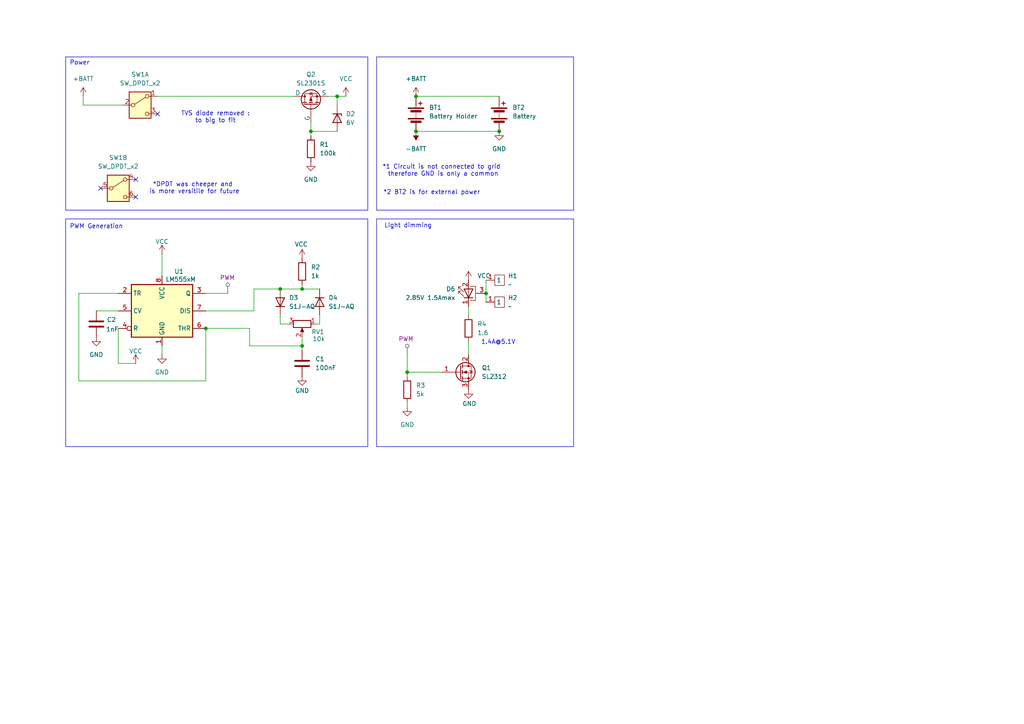
<source format=kicad_sch>
(kicad_sch (version 20250114) (generator "eeschema") (generator_version "9.0")
  (paper "A4")
  (lib_symbols
    (symbol "CustomSym:HeatSink"
      (property "Reference" "H" (at 0 0 0))
      (symbol "HeatSink_0_1"
        (rectangle (start -1.27 -1.016) (end 1.524 -4.064))
      )
      (symbol "HeatSink_1_1"
        (pin input line (at -3.81 -2.54 0) (length 2.54) (name "1") (number "1"))
      )
    )
    (symbol "Device:Battery" (pin_numbers (hide yes)) (pin_names (offset 0) (hide yes))
      (property "Reference" "BT" (at 2.54 2.54 0))
      (property "Value" "Battery" (at 2.54 0 0))
      (symbol "Battery_0_1"
        (rectangle (start -2.286 1.778) (end 2.286 1.524) (fill (type outline)))
        (rectangle (start -2.286 -1.27) (end 2.286 -1.524) (fill (type outline)))
        (rectangle (start -1.524 1.016) (end 1.524 0.508) (fill (type outline)))
        (rectangle (start -1.524 -2.032) (end 1.524 -2.54) (fill (type outline)))
        (polyline (pts (xy 0 1.778) (xy 0 2.54)))
        (polyline (pts (xy 0 0) (xy 0 0.254)))
        (polyline (pts (xy 0 -0.508) (xy 0 -0.254)))
        (polyline (pts (xy 0 -1.016) (xy 0 -0.762)))
        (polyline (pts (xy 0.762 3.048) (xy 1.778 3.048)) (stroke (width 0.254)))
        (polyline (pts (xy 1.27 3.556) (xy 1.27 2.54)) (stroke (width 0.254)))
      )
      (symbol "Battery_1_1"
        (pin passive line (at 0 5.08 270) (length 2.54) (name "+") (number "1"))
        (pin passive line (at 0 -5.08 90) (length 2.54) (name "-") (number "2"))
      )
    )
    (symbol "Device:C" (pin_numbers (hide yes)) (pin_names (offset 0.254))
      (property "Reference" "C" (at 0.635 2.54 0))
      (property "Value" "C" (at 0.635 -2.54 0))
      (symbol "C_0_1"
        (polyline (pts (xy -2.032 0.762) (xy 2.032 0.762)) (stroke (width 0.508)))
        (polyline (pts (xy -2.032 -0.762) (xy 2.032 -0.762)) (stroke (width 0.508)))
      )
      (symbol "C_1_1"
        (pin passive line (at 0 3.81 270) (length 2.794) (name "~") (number "1"))
        (pin passive line (at 0 -3.81 90) (length 2.794) (name "~") (number "2"))
      )
    )
    (symbol "Device:D" (pin_numbers (hide yes)) (pin_names (offset 1.016) (hide yes))
      (property "Reference" "D" (at 0 2.54 0))
      (property "Value" "D" (at 0 -2.54 0))
      (symbol "D_0_1"
        (polyline (pts (xy -1.27 1.27) (xy -1.27 -1.27)) (stroke (width 0.254)))
        (polyline (pts (xy 1.27 1.27) (xy 1.27 -1.27) (xy -1.27 0) (xy 1.27 1.27)) (stroke (width 0.254)))
        (polyline (pts (xy 1.27 0) (xy -1.27 0)))
      )
      (symbol "D_1_1"
        (pin passive line (at -3.81 0 0) (length 2.54) (name "K") (number "1"))
        (pin passive line (at 3.81 0 180) (length 2.54) (name "A") (number "2"))
      )
    )
    (symbol "Device:D_Zener" (pin_numbers (hide yes)) (pin_names (offset 1.016) (hide yes))
      (property "Reference" "D" (at 0 2.54 0))
      (property "Value" "D_Zener" (at 0 -2.54 0))
      (symbol "D_Zener_0_1"
        (polyline (pts (xy -1.27 -1.27) (xy -1.27 1.27) (xy -0.762 1.27)) (stroke (width 0.254)))
        (polyline (pts (xy 1.27 0) (xy -1.27 0)))
        (polyline (pts (xy 1.27 -1.27) (xy 1.27 1.27) (xy -1.27 0) (xy 1.27 -1.27)) (stroke (width 0.254)))
      )
      (symbol "D_Zener_1_1"
        (pin passive line (at -3.81 0 0) (length 2.54) (name "K") (number "1"))
        (pin passive line (at 3.81 0 180) (length 2.54) (name "A") (number "2"))
      )
    )
    (symbol "Device:LED_Pad" (pin_names (offset 1.016) (hide yes))
      (property "Reference" "D" (at 0 5.715 0))
      (property "Value" "LED_Pad" (at 0 3.81 0))
      (symbol "LED_Pad_0_1"
        (polyline (pts (xy -2.032 -0.508) (xy -2.032 -2.032) (xy 2.032 -2.032) (xy 2.032 -0.508)))
        (polyline (pts (xy -1.27 0) (xy 1.27 0)))
        (polyline (pts (xy -1.27 -1.27) (xy -1.27 1.27)) (stroke (width 0.254)))
        (polyline (pts (xy -0.889 1.397) (xy 0.635 2.921) (xy -0.127 2.921) (xy 0.635 2.921) (xy 0.635 2.159)))
        (polyline (pts (xy 0 -2.54) (xy 0 -2.032)))
        (polyline (pts (xy 0.381 1.397) (xy 1.905 2.921) (xy 1.143 2.921) (xy 1.905 2.921) (xy 1.905 2.159)))
        (polyline (pts (xy 1.27 -1.27) (xy 1.27 1.27) (xy -1.27 0) (xy 1.27 -1.27)) (stroke (width 0.254)))
      )
      (symbol "LED_Pad_1_1"
        (pin passive line (at -3.81 0 0) (length 2.54) (name "K") (number "1"))
        (pin passive line (at 0 -5.08 90) (length 2.54) (name "PAD") (number "3"))
        (pin passive line (at 3.81 0 180) (length 2.54) (name "A") (number "2"))
      )
    )
    (symbol "Device:R" (pin_numbers (hide yes)) (pin_names (offset 0))
      (property "Reference" "R" (at 2.032 0 90))
      (property "Value" "R" (at 0 0 90))
      (symbol "R_0_1"
        (rectangle (start -1.016 -2.54) (end 1.016 2.54) (stroke (width 0.254)))
      )
      (symbol "R_1_1"
        (pin passive line (at 0 3.81 270) (length 1.27) (name "~") (number "1"))
        (pin passive line (at 0 -3.81 90) (length 1.27) (name "~") (number "2"))
      )
    )
    (symbol "Device:R_Potentiometer" (pin_names (offset 1.016) (hide yes))
      (property "Reference" "RV" (at -4.445 0 90))
      (property "Value" "R_Potentiometer" (at -2.54 0 90))
      (symbol "R_Potentiometer_0_1"
        (rectangle (start 1.016 2.54) (end -1.016 -2.54) (stroke (width 0.254)))
        (polyline (pts (xy 1.143 0) (xy 2.286 0.508) (xy 2.286 -0.508) (xy 1.143 0)) (fill (type outline)))
        (polyline (pts (xy 2.54 0) (xy 1.524 0)))
      )
      (symbol "R_Potentiometer_1_1"
        (pin passive line (at 0 3.81 270) (length 1.27) (name "1") (number "1"))
        (pin passive line (at 0 -3.81 90) (length 1.27) (name "3") (number "3"))
        (pin passive line (at 3.81 0 180) (length 1.27) (name "2") (number "2"))
      )
    )
    (symbol "Simulation_SPICE:PMOS" (pin_numbers (hide yes)) (pin_names (offset 0))
      (property "Reference" "Q" (at 5.08 1.27 0))
      (property "Value" "PMOS" (at 5.08 -1.27 0))
      (symbol "PMOS_0_1"
        (polyline (pts (xy 0.254 1.905) (xy 0.254 -1.905)) (stroke (width 0.254)))
        (polyline (pts (xy 0.254 0) (xy -2.54 0)))
        (polyline (pts (xy 0.762 2.286) (xy 0.762 1.27)) (stroke (width 0.254)))
        (polyline (pts (xy 0.762 1.778) (xy 3.302 1.778) (xy 3.302 -1.778) (xy 0.762 -1.778)))
        (polyline (pts (xy 0.762 0.508) (xy 0.762 -0.508)) (stroke (width 0.254)))
        (polyline (pts (xy 0.762 -1.27) (xy 0.762 -2.286)) (stroke (width 0.254)))
        (circle (center 1.651 0) (radius 2.794) (stroke (width 0.254)))
        (polyline (pts (xy 2.286 0) (xy 1.27 0.381) (xy 1.27 -0.381) (xy 2.286 0)) (fill (type outline)))
        (polyline (pts (xy 2.54 2.54) (xy 2.54 1.778)))
        (circle (center 2.54 1.778) (radius 0.254) (fill (type outline)))
        (circle (center 2.54 -1.778) (radius 0.254) (fill (type outline)))
        (polyline (pts (xy 2.54 -2.54) (xy 2.54 0) (xy 0.762 0)))
        (polyline (pts (xy 2.794 -0.508) (xy 2.921 -0.381) (xy 3.683 -0.381) (xy 3.81 -0.254)))
        (polyline (pts (xy 3.302 -0.381) (xy 2.921 0.254) (xy 3.683 0.254) (xy 3.302 -0.381)))
      )
      (symbol "PMOS_1_1"
        (pin input line (at -5.08 0 0) (length 2.54) (name "G") (number "2"))
        (pin passive line (at 2.54 5.08 270) (length 2.54) (name "D") (number "1"))
        (pin passive line (at 2.54 -5.08 90) (length 2.54) (name "S") (number "3"))
      )
    )
    (symbol "Switch:SW_DPDT_x2" (pin_names (offset 0) (hide yes))
      (property "Reference" "SW" (at 0 5.08 0))
      (property "Value" "SW_DPDT_x2" (at 0 -5.08 0))
      (symbol "SW_DPDT_x2_0_0"
        (circle (center -2.032 0) (radius 0.508))
        (circle (center 2.032 -2.54) (radius 0.508))
      )
      (symbol "SW_DPDT_x2_0_1"
        (rectangle (start -3.175 3.81) (end 3.175 -3.81) (stroke (width 0.254)) (fill (type background)))
        (polyline (pts (xy -1.524 0.254) (xy 1.5748 2.286)))
        (circle (center 2.032 2.54) (radius 0.508))
      )
      (symbol "SW_DPDT_x2_1_1"
        (pin passive line (at -5.08 0 0) (length 2.54) (name "B") (number "2"))
        (pin passive line (at 5.08 2.54 180) (length 2.54) (name "A") (number "1"))
        (pin passive line (at 5.08 -2.54 180) (length 2.54) (name "C") (number "3"))
      )
      (symbol "SW_DPDT_x2_2_1"
        (pin passive line (at -5.08 0 0) (length 2.54) (name "B") (number "5"))
        (pin passive line (at 5.08 2.54 180) (length 2.54) (name "A") (number "4"))
        (pin passive line (at 5.08 -2.54 180) (length 2.54) (name "C") (number "6"))
      )
    )
    (symbol "Timer:LM555xM"
      (property "Reference" "U" (at -10.16 8.89 0))
      (property "Value" "LM555xM" (at 2.54 8.89 0))
      (symbol "LM555xM_0_0"
        (pin power_in line (at 0 10.16 270) (length 2.54) (name "VCC") (number "8"))
        (pin power_in line (at 0 -10.16 90) (length 2.54) (name "GND") (number "1"))
      )
      (symbol "LM555xM_0_1"
        (rectangle (start -8.89 -7.62) (end 8.89 7.62) (stroke (width 0.254)) (fill (type background)))
        (rectangle (start -8.89 -7.62) (end 8.89 7.62) (stroke (width 0.254)) (fill (type background)))
      )
      (symbol "LM555xM_1_1"
        (pin input line (at -12.7 5.08 0) (length 3.81) (name "TR") (number "2"))
        (pin input line (at -12.7 0 0) (length 3.81) (name "CV") (number "5"))
        (pin input inverted (at -12.7 -5.08 0) (length 3.81) (name "R") (number "4"))
        (pin output line (at 12.7 5.08 180) (length 3.81) (name "Q") (number "3"))
        (pin input line (at 12.7 0 180) (length 3.81) (name "DIS") (number "7"))
        (pin input line (at 12.7 -5.08 180) (length 3.81) (name "THR") (number "6"))
      )
    )
    (symbol "Transistor_FET:IRLIZ44N" (pin_names (hide yes))
      (property "Reference" "Q" (at 5.08 1.905 0))
      (property "Value" "IRLIZ44N" (at 5.08 0 0))
      (symbol "IRLIZ44N_0_1"
        (polyline (pts (xy 0.254 1.905) (xy 0.254 -1.905)) (stroke (width 0.254)))
        (polyline (pts (xy 0.254 0) (xy -2.54 0)))
        (polyline (pts (xy 0.762 2.286) (xy 0.762 1.27)) (stroke (width 0.254)))
        (polyline (pts (xy 0.762 0.508) (xy 0.762 -0.508)) (stroke (width 0.254)))
        (polyline (pts (xy 0.762 -1.27) (xy 0.762 -2.286)) (stroke (width 0.254)))
        (polyline (pts (xy 0.762 -1.778) (xy 3.302 -1.778) (xy 3.302 1.778) (xy 0.762 1.778)))
        (polyline (pts (xy 1.016 0) (xy 2.032 0.381) (xy 2.032 -0.381) (xy 1.016 0)) (fill (type outline)))
        (circle (center 1.651 0) (radius 2.794) (stroke (width 0.254)))
        (polyline (pts (xy 2.54 2.54) (xy 2.54 1.778)))
        (circle (center 2.54 1.778) (radius 0.254) (fill (type outline)))
        (circle (center 2.54 -1.778) (radius 0.254) (fill (type outline)))
        (polyline (pts (xy 2.54 -2.54) (xy 2.54 0) (xy 0.762 0)))
        (polyline (pts (xy 2.794 0.508) (xy 2.921 0.381) (xy 3.683 0.381) (xy 3.81 0.254)))
        (polyline (pts (xy 3.302 0.381) (xy 2.921 -0.254) (xy 3.683 -0.254) (xy 3.302 0.381)))
      )
      (symbol "IRLIZ44N_1_1"
        (pin input line (at -5.08 0 0) (length 2.54) (name "G") (number "1"))
        (pin passive line (at 2.54 5.08 270) (length 2.54) (name "D") (number "2"))
        (pin passive line (at 2.54 -5.08 90) (length 2.54) (name "S") (number "3"))
      )
    )
    (symbol "power:+BATT" (power) (pin_numbers (hide yes)) (pin_names (offset 0) (hide yes))
      (property "Value" "+BATT" (at 0 3.556 0))
      (symbol "+BATT_0_1"
        (polyline (pts (xy -0.762 1.27) (xy 0 2.54)))
        (polyline (pts (xy 0 2.54) (xy 0.762 1.27)))
        (polyline (pts (xy 0 0) (xy 0 2.54)))
      )
      (symbol "+BATT_1_1"
        (pin power_in line (at 0 0 90) (length 0) (name "~") (number "1"))
      )
    )
    (symbol "power:-BATT" (power) (pin_numbers (hide yes)) (pin_names (offset 0) (hide yes))
      (property "Value" "-BATT" (at 0 3.556 0))
      (symbol "-BATT_0_1"
        (polyline (pts (xy 0 0) (xy 0 2.54)))
        (polyline (pts (xy 0.762 1.27) (xy -0.762 1.27) (xy 0 2.54) (xy 0.762 1.27)) (fill (type outline)))
      )
      (symbol "-BATT_1_1"
        (pin power_in line (at 0 0 90) (length 0) (name "~") (number "1"))
      )
    )
    (symbol "power:GND" (power) (pin_numbers (hide yes)) (pin_names (offset 0) (hide yes))
      (property "Value" "GND" (at 0 -3.81 0))
      (symbol "GND_0_1"
        (polyline (pts (xy 0 0) (xy 0 -1.27) (xy 1.27 -1.27) (xy 0 -2.54) (xy -1.27 -1.27) (xy 0 -1.27)))
      )
      (symbol "GND_1_1"
        (pin power_in line (at 0 0 270) (length 0) (name "~") (number "1"))
      )
    )
    (symbol "power:VCC" (power) (pin_numbers (hide yes)) (pin_names (offset 0) (hide yes))
      (property "Value" "VCC" (at 0 3.556 0))
      (symbol "VCC_0_1"
        (polyline (pts (xy -0.762 1.27) (xy 0 2.54)))
        (polyline (pts (xy 0 2.54) (xy 0.762 1.27)))
        (polyline (pts (xy 0 0) (xy 0 2.54)))
      )
      (symbol "VCC_1_1"
        (pin power_in line (at 0 0 90) (length 0) (name "~") (number "1"))
      )
    )
  )
  (rectangle (start 19.05 16.51) (end 106.68 60.96))
  (rectangle (start 109.22 16.51) (end 166.37 60.96))
  (rectangle (start 19.05 63.5) (end 106.68 129.54))
  (rectangle (start 109.22 63.5) (end 166.37 129.54))
  (text "1.4A@5.1V" (at 144.526 99.314 0) (effects (font (size 1.27 1.27))))
  (text "*1 Circuit is not connected to grid \ntherefore GND is only a common" (at 128.524 49.53 0) (effects (font (size 1.27 1.27))))
  (text "Light dimming" (at 118.364 65.532 0) (effects (font (size 1.27 1.27))))
  (text "TVS diode removed :\nto big to fit\n" (at 62.484 34.036 0) (effects (font (size 1.27 1.27))))
  (text "Power" (at 23.114 18.288 0) (effects (font (size 1.27 1.27))))
  (text "*DPDT was cheeper and \nis more versitile for future" (at 56.388 54.61 0) (effects (font (size 1.27 1.27))))
  (text "PWM Generation" (at 27.94 65.786 0) (effects (font (size 1.27 1.27))))
  (text "*2 BT2 is for external power" (at 125.222 55.88 0) (effects (font (size 1.27 1.27))))
  (junction (at 140.97 85.09))
  (junction (at 120.65 38.1))
  (junction (at 87.63 83.82))
  (junction (at 120.65 27.94))
  (junction (at 118.11 107.95))
  (junction (at 97.79 27.94))
  (junction (at 87.63 100.33))
  (junction (at 144.78 38.1))
  (junction (at 59.69 95.25))
  (junction (at 90.17 38.1))
  (junction (at 81.28 83.82))
  (no_connect (at 39.37 52.07))
  (no_connect (at 29.21 54.61))
  (no_connect (at 45.72 33.02))
  (no_connect (at 39.37 57.15))
  (wire (pts (xy 34.29 105.41) (xy 34.29 95.25)))
  (wire (pts (xy 81.28 83.82) (xy 87.63 83.82)))
  (wire (pts (xy 46.99 73.66) (xy 46.99 80.01)))
  (wire (pts (xy 95.25 27.94) (xy 97.79 27.94)))
  (wire (pts (xy 24.13 30.48) (xy 35.56 30.48)))
  (wire (pts (xy 97.79 38.1) (xy 90.17 38.1)))
  (wire (pts (xy 66.04 85.09) (xy 59.69 85.09)))
  (wire (pts (xy 27.94 90.17) (xy 34.29 90.17)))
  (wire (pts (xy 87.63 83.82) (xy 92.71 83.82)))
  (wire (pts (xy 45.72 27.94) (xy 85.09 27.94)))
  (wire (pts (xy 91.44 93.98) (xy 92.71 93.98)))
  (wire (pts (xy 97.79 30.48) (xy 97.79 27.94)))
  (wire (pts (xy 22.86 110.49) (xy 59.69 110.49)))
  (wire (pts (xy 135.89 99.06) (xy 135.89 102.87)))
  (wire (pts (xy 22.86 85.09) (xy 22.86 110.49)))
  (wire (pts (xy 39.37 105.41) (xy 34.29 105.41)))
  (wire (pts (xy 73.66 90.17) (xy 73.66 83.82)))
  (wire (pts (xy 120.65 27.94) (xy 144.78 27.94)))
  (wire (pts (xy 118.11 102.87) (xy 118.11 107.95)))
  (wire (pts (xy 90.17 35.56) (xy 90.17 38.1)))
  (wire (pts (xy 140.97 85.09) (xy 140.97 87.63)))
  (wire (pts (xy 118.11 107.95) (xy 118.11 109.22)))
  (wire (pts (xy 72.39 95.25) (xy 72.39 100.33)))
  (wire (pts (xy 140.97 81.28) (xy 140.97 85.09)))
  (wire (pts (xy 90.17 38.1) (xy 90.17 39.37)))
  (wire (pts (xy 73.66 83.82) (xy 81.28 83.82)))
  (wire (pts (xy 118.11 107.95) (xy 128.27 107.95)))
  (wire (pts (xy 87.63 97.79) (xy 87.63 100.33)))
  (wire (pts (xy 46.99 102.87) (xy 46.99 100.33)))
  (wire (pts (xy 92.71 93.98) (xy 92.71 91.44)))
  (wire (pts (xy 120.65 38.1) (xy 144.78 38.1)))
  (wire (pts (xy 118.11 116.84) (xy 118.11 118.11)))
  (wire (pts (xy 81.28 93.98) (xy 81.28 91.44)))
  (wire (pts (xy 59.69 110.49) (xy 59.69 95.25)))
  (wire (pts (xy 87.63 100.33) (xy 87.63 101.6)))
  (wire (pts (xy 34.29 85.09) (xy 22.86 85.09)))
  (wire (pts (xy 59.69 90.17) (xy 73.66 90.17)))
  (wire (pts (xy 135.89 91.44) (xy 135.89 88.9)))
  (wire (pts (xy 59.69 95.25) (xy 72.39 95.25)))
  (wire (pts (xy 24.13 27.94) (xy 24.13 30.48)))
  (wire (pts (xy 83.82 93.98) (xy 81.28 93.98)))
  (wire (pts (xy 87.63 82.55) (xy 87.63 83.82)))
  (wire (pts (xy 97.79 27.94) (xy 100.33 27.94)))
  (wire (pts (xy 72.39 100.33) (xy 87.63 100.33)))
  (netclass_flag "" (length 2.54) (shape round) (at 66.04 85.09 0) (property "Netclass" "PWM" (at 63.754 80.518 0) (effects (justify left))))
  (netclass_flag "" (length 2.54) (shape round) (at 118.11 102.87 0) (property "Netclass" "PWM" (at 115.57 98.298 0) (effects (justify left))))
  (symbol (lib_id "power:VCC") (at 100.33 27.94 0) (unit 1)
    (property "Reference" "#PWR05" (effects (hide yes)))
    (property "Value" "VCC" (at 100.33 22.86 0))
    (property "Description" "Power symbol creates a global label with name \"VCC\"" (effects (hide yes)))
  )
  (symbol (lib_id "Device:C") (at 87.63 105.41 0) (unit 1)
    (property "Reference" "C1" (at 91.44 104.1399 0) (effects (justify left)))
    (property "Value" "100nF" (at 91.44 106.6799 0) (effects (justify left)))
    (property "Footprint" "Capacitor_SMD:C_0805_2012Metric" (effects (hide yes)))
    (property "Description" "Unpolarized capacitor" (effects (hide yes)))
  )
  (symbol (lib_id "power:GND") (at 144.78 38.1 0) (unit 1)
    (property "Reference" "#PWR03" (effects (hide yes)))
    (property "Value" "GND" (at 144.78 43.18 0))
    (property "Description" "Power symbol creates a global label with name \"GND\" , ground" (effects (hide yes)))
  )
  (symbol (lib_id "power:GND") (at 90.17 46.99 0) (unit 1)
    (property "Reference" "#PWR06" (effects (hide yes)))
    (property "Value" "GND" (at 90.17 52.07 0))
    (property "Description" "Power symbol creates a global label with name \"GND\" , ground" (effects (hide yes)))
  )
  (symbol (lib_id "power:+BATT") (at 24.13 27.94 0) (unit 1)
    (property "Reference" "#PWR01" (effects (hide yes)))
    (property "Value" "+BATT" (at 24.13 22.86 0))
    (property "Description" "Power symbol creates a global label with name \"+BATT\"" (effects (hide yes)))
  )
  (symbol (lib_id "power:GND") (at 27.94 97.79 0) (unit 1)
    (property "Reference" "#PWR011" (effects (hide yes)))
    (property "Value" "GND" (at 27.94 102.87 0))
    (property "Description" "Power symbol creates a global label with name \"GND\" , ground" (effects (hide yes)))
  )
  (symbol (lib_id "Device:D_Zener") (at 97.79 34.29 270) (unit 1)
    (property "Reference" "D2" (at 100.33 33.0199 90) (effects (justify left)))
    (property "Value" "6V" (at 100.33 35.5599 90) (effects (justify left)))
    (property "Footprint" "Diode_SMD:D_SOD-123" (effects (hide yes)))
    (property "Datasheet" "https://www.digikey.ca/en/products/detail/diodes-incorporated/MMSZ5233B-7-F/814355" (effects (hide yes)))
    (property "Description" "Zener diode" (effects (hide yes)))
  )
  (symbol (lib_id "power:-BATT") (at 120.65 38.1 180) (unit 1)
    (property "Reference" "#PWR017" (effects (hide yes)))
    (property "Value" "-BATT" (at 120.65 43.18 0))
    (property "Description" "Power symbol creates a global label with name \"-BATT\"" (effects (hide yes)))
  )
  (symbol (lib_id "Device:R") (at 87.63 78.74 0) (unit 1)
    (property "Reference" "R2" (at 90.17 77.4699 0) (effects (justify left)))
    (property "Value" "1k" (at 90.17 80.0099 0) (effects (justify left)))
    (property "Footprint" "Resistor_SMD:R_0805_2012Metric_Pad1.20x1.40mm_HandSolder" (effects (hide yes)))
    (property "Description" "Resistor" (effects (hide yes)))
  )
  (symbol (lib_id "power:VCC") (at 46.99 73.66 0) (unit 1)
    (property "Reference" "#PWR07" (effects (hide yes)))
    (property "Value" "VCC" (at 46.99 70.104 0))
    (property "Description" "Power symbol creates a global label with name \"VCC\"" (effects (hide yes)))
  )
  (symbol (lib_id "CustomSym:HeatSink") (at 144.78 78.74 0) (unit 1)
    (property "Reference" "H1" (at 147.32 80.0099 0) (effects (justify left)))
    (property "Value" "~" (at 147.32 82.5499 0) (effects (justify left)))
    (property "Footprint" "CustomLib:Heatsink" (effects (hide yes)))
  )
  (symbol (lib_id "power:VCC") (at 135.89 81.28 0) (unit 1)
    (property "Reference" "#PWR015" (effects (hide yes)))
    (property "Value" "VCC" (at 138.43 80.0099 0) (effects (justify left)))
    (property "Description" "Power symbol creates a global label with name \"VCC\"" (effects (hide yes)))
  )
  (symbol (lib_id "power:GND") (at 87.63 109.22 0) (unit 1)
    (property "Reference" "#PWR012" (effects (hide yes)))
    (property "Value" "GND" (at 87.63 113.284 0))
    (property "Description" "Power symbol creates a global label with name \"GND\" , ground" (effects (hide yes)))
  )
  (symbol (lib_id "power:GND") (at 135.89 113.03 0) (unit 1)
    (property "Reference" "#PWR014" (effects (hide yes)))
    (property "Value" "GND" (at 136.144 117.094 0))
    (property "Description" "Power symbol creates a global label with name \"GND\" , ground" (effects (hide yes)))
  )
  (symbol (lib_id "Device:D") (at 81.28 87.63 90) (unit 1)
    (property "Reference" "D3" (at 83.82 86.3599 90) (effects (justify right)))
    (property "Value" "S1J-AQ" (at 83.82 88.8999 90) (effects (justify right)))
    (property "Footprint" "Diode_SMD:D_SMB_Handsoldering" (effects (hide yes)))
    (property "Datasheet" "https://www.digikey.ca/en/products/detail/diotec-semiconductor/S1J-AQ/22191240" (effects (hide yes)))
    (property "Description" "Diode" (effects (hide yes)))
    (property "Sim.Device" "D" (effects (hide yes)))
    (property "Sim.Pins" "1=K 2=A" (effects (hide yes)))
  )
  (symbol (lib_id "Device:C") (at 27.94 93.98 0) (unit 1)
    (property "Reference" "C2" (at 30.988 92.71 0) (effects (justify left)))
    (property "Value" "1nF" (at 30.734 95.504 0) (effects (justify left)))
    (property "Footprint" "Capacitor_SMD:C_0805_2012Metric" (effects (hide yes)))
    (property "Description" "Unpolarized capacitor" (effects (hide yes)))
  )
  (symbol (lib_id "Transistor_FET:IRLIZ44N") (at 133.35 107.95 0) (unit 1)
    (property "Reference" "Q1" (at 139.7 106.6799 0) (effects (justify left)))
    (property "Value" "SL2312" (at 139.7 109.2199 0) (effects (justify left)))
    (property "Footprint" "Package_TO_SOT_SMD:TSOT-23_HandSoldering" (effects (hide yes)))
    (property "Datasheet" "https://www.digikey.ca/en/products/detail/shenzhen-slkormicro-semicon-co-ltd/SL2312/27519102" (effects (hide yes)))
    (property "Description" "30A Id, 55V Vds, 22mOhm Rds, N-Channel HEXFET Power MOSFET, TO-220AB" (effects (hide yes)))
  )
  (symbol (lib_id "Device:D") (at 92.71 87.63 270) (unit 1)
    (property "Reference" "D4" (at 95.25 86.3599 90) (effects (justify left)))
    (property "Value" "S1J-AQ" (at 95.25 88.8999 90) (effects (justify left)))
    (property "Footprint" "Diode_SMD:D_SMB_Handsoldering" (effects (hide yes)))
    (property "Datasheet" "https://www.digikey.ca/en/products/detail/diotec-semiconductor/S1J-AQ/22191240" (effects (hide yes)))
    (property "Description" "Diode" (effects (hide yes)))
    (property "Sim.Device" "D" (effects (hide yes)))
    (property "Sim.Pins" "1=K 2=A" (effects (hide yes)))
  )
  (symbol (lib_id "Device:R") (at 90.17 43.18 0) (unit 1)
    (property "Reference" "R1" (at 92.71 41.9099 0) (effects (justify left)))
    (property "Value" "100k" (at 92.71 44.4499 0) (effects (justify left)))
    (property "Footprint" "Resistor_SMD:R_0805_2012Metric_Pad1.20x1.40mm_HandSolder" (effects (hide yes)))
    (property "Description" "Resistor" (effects (hide yes)))
  )
  (symbol (lib_id "Device:R") (at 118.11 113.03 0) (unit 1)
    (property "Reference" "R3" (at 120.65 111.7599 0) (effects (justify left)))
    (property "Value" "5k" (at 120.65 114.2999 0) (effects (justify left)))
    (property "Footprint" "Resistor_SMD:R_1206_3216Metric_Pad1.30x1.75mm_HandSolder" (effects (hide yes)))
    (property "Description" "Resistor" (effects (hide yes)))
  )
  (symbol (lib_id "Device:LED_Pad") (at 135.89 85.09 90) (unit 1)
    (property "Reference" "D6" (at 132.08 83.8199 90) (effects (justify left)))
    (property "Value" "2.85V 1.5Amax" (at 132.08 86.3599 90) (effects (justify left)))
    (property "Footprint" "LED_SMD:LED_Cree-XHP50_3V_HighDensity" (effects (hide yes)))
    (property "Datasheet" "https://www.digikey.ca/en/products/detail/cree-led/XTEAWT-00-0000-000000F51/2811435" (effects (hide yes)))
    (property "Description" "Light emitting diode with pad" (effects (hide yes)))
  )
  (symbol (lib_id "power:VCC") (at 87.63 74.93 0) (unit 1)
    (property "Reference" "#PWR08" (effects (hide yes)))
    (property "Value" "VCC" (at 87.376 70.866 0))
    (property "Description" "Power symbol creates a global label with name \"VCC\"" (effects (hide yes)))
  )
  (symbol (lib_id "power:VCC") (at 39.37 105.41 0) (unit 1)
    (property "Reference" "#PWR010" (effects (hide yes)))
    (property "Value" "VCC" (at 39.37 101.854 0))
    (property "Description" "Power symbol creates a global label with name \"VCC\"" (effects (hide yes)))
  )
  (symbol (lib_id "Device:R_Potentiometer") (at 87.63 93.98 270) (unit 1)
    (property "Reference" "RV1" (at 92.202 96.266 90))
    (property "Value" "10k" (at 92.456 98.298 90))
    (property "Footprint" "Potentiometer_SMD:Potentiometer_Bourns_TC33X_Vertical" (effects (hide yes)))
    (property "Datasheet" "https://www.digikey.ca/en/products/detail/bourns-inc/TC33X-1-103E/2566867" (effects (hide yes)))
    (property "Description" "Potentiometer" (effects (hide yes)))
  )
  (symbol (lib_id "Switch:SW_DPDT_x2") (at 34.29 54.61 0) (unit 2)
    (property "Reference" "SW1" (at 34.29 45.72 0))
    (property "Value" "SW_DPDT_x2" (at 34.29 48.26 0))
    (property "Footprint" "CustomLib:DPDT" (effects (hide yes)))
    (property "Description" "Switch, dual pole double throw, separate symbols" (effects (hide yes)))
  )
  (symbol (lib_id "power:+BATT") (at 120.65 27.94 0) (unit 1)
    (property "Reference" "#PWR016" (effects (hide yes)))
    (property "Value" "+BATT" (at 120.65 22.86 0))
    (property "Description" "Power symbol creates a global label with name \"+BATT\"" (effects (hide yes)))
  )
  (symbol (lib_id "Simulation_SPICE:PMOS") (at 90.17 30.48 90) (unit 1)
    (property "Reference" "Q2" (at 90.17 21.59 90))
    (property "Value" "SL2301S" (at 90.17 24.13 90))
    (property "Footprint" "Package_TO_SOT_SMD:TSOT-23" (effects (hide yes)))
    (property "Datasheet" "https://www.digikey.ca/en/products/detail/shenzhen-slkormicro-semicon-co-ltd/SL2301S/26112879" (effects (hide yes)))
    (property "Description" "P-MOSFET transistor, drain/source/gate" (effects (hide yes)))
    (property "Sim.Device" "PMOS" (effects (hide yes)))
    (property "Sim.Type" "VDMOS" (effects (hide yes)))
    (property "Sim.Pins" "1=D 2=G 3=S" (effects (hide yes)))
  )
  (symbol (lib_id "Timer:LM555xM") (at 46.99 90.17 0) (unit 1)
    (property "Reference" "U1" (at 50.546 78.74 0) (effects (justify left)))
    (property "Value" "LM555xM" (at 48.006 81.026 0) (effects (justify left)))
    (property "Footprint" "Package_SO:SOIC-8_3.9x4.9mm_P1.27mm" (effects (hide yes)))
    (property "Datasheet" "http://www.ti.com/lit/ds/symlink/lm555.pdf" (effects (hide yes)))
    (property "Description" "Timer, 555 compatible, SOIC-8" (effects (hide yes)))
  )
  (symbol (lib_id "Device:R") (at 135.89 95.25 0) (unit 1)
    (property "Reference" "R4" (at 138.43 93.9799 0) (effects (justify left)))
    (property "Value" "1.6" (at 138.43 96.5199 0) (effects (justify left)))
    (property "Footprint" "Resistor_SMD:R_1206_3216Metric_Pad1.30x1.75mm_HandSolder" (effects (hide yes)))
    (property "Datasheet" "https://www.digikey.ca/en/products/detail/yageo/RC1206FR-071R6L/728449" (effects (hide yes)))
    (property "Description" "Resistor" (effects (hide yes)))
  )
  (symbol (lib_id "Device:Battery") (at 144.78 33.02 0) (unit 1)
    (property "Reference" "BT2" (at 148.59 31.1784 0) (effects (justify left)))
    (property "Value" "Battery" (at 148.59 33.7184 0) (effects (justify left)))
    (property "Footprint" "CustomLib:2 pin screw connector" (effects (hide yes)))
    (property "Description" "Multiple-cell battery" (effects (hide yes)))
  )
  (symbol (lib_id "power:GND") (at 118.11 118.11 0) (unit 1)
    (property "Reference" "#PWR013" (effects (hide yes)))
    (property "Value" "GND" (at 118.11 123.19 0))
    (property "Description" "Power symbol creates a global label with name \"GND\" , ground" (effects (hide yes)))
  )
  (symbol (lib_id "Device:Battery") (at 120.65 33.02 0) (unit 1)
    (property "Reference" "BT1" (at 124.46 31.1784 0) (effects (justify left)))
    (property "Value" "Battery Holder" (at 124.46 33.7184 0) (effects (justify left)))
    (property "Footprint" "CustomLib:BAT_2479" (effects (hide yes)))
    (property "Description" "Multiple-cell battery" (effects (hide yes)))
  )
  (symbol (lib_id "CustomSym:HeatSink") (at 144.78 85.09 0) (unit 1)
    (property "Reference" "H2" (at 147.32 86.3599 0) (effects (justify left)))
    (property "Value" "~" (at 147.32 88.8999 0) (effects (justify left)))
    (property "Footprint" "CustomLib:Heatsink" (effects (hide yes)))
  )
  (symbol (lib_id "power:GND") (at 46.99 102.87 0) (unit 1)
    (property "Reference" "#PWR09" (effects (hide yes)))
    (property "Value" "GND" (at 46.99 107.95 0))
    (property "Description" "Power symbol creates a global label with name \"GND\" , ground" (effects (hide yes)))
  )
  (symbol (lib_id "Switch:SW_DPDT_x2") (at 40.64 30.48 0) (unit 1)
    (property "Reference" "SW1" (at 40.64 21.59 0))
    (property "Value" "SW_DPDT_x2" (at 40.64 24.13 0))
    (property "Footprint" "CustomLib:DPDT" (effects (hide yes)))
    (property "Description" "Switch, dual pole double throw, separate symbols" (effects (hide yes)))
  )
)
</source>
